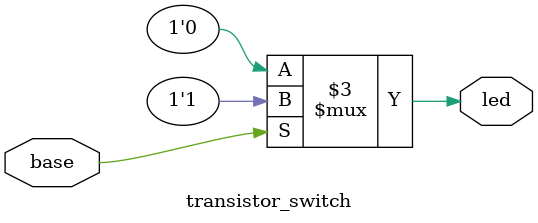
<source format=v>
module transistor_switch(input base, output reg led);
  always @(*) begin
    if (base)
      led = 1;  // Saturation → ON
    else
      led = 0;  // Cutoff → OFF
  end
endmodule

</source>
